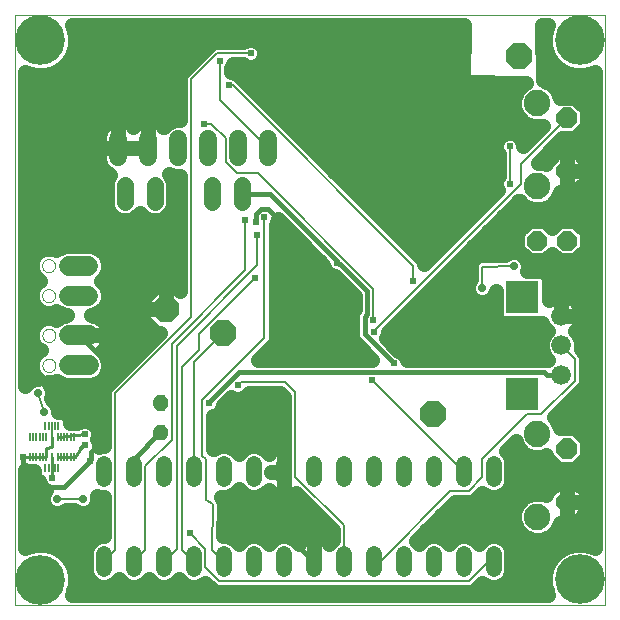
<source format=gtl>
G75*
%MOIN*%
%OFA0B0*%
%FSLAX24Y24*%
%IPPOS*%
%LPD*%
%AMOC8*
5,1,8,0,0,1.08239X$1,22.5*
%
%ADD10C,0.0000*%
%ADD11OC8,0.0850*%
%ADD12C,0.0520*%
%ADD13C,0.0560*%
%ADD14C,0.0104*%
%ADD15OC8,0.0660*%
%ADD16OC8,0.0700*%
%ADD17C,0.0885*%
%ADD18C,0.0660*%
%ADD19R,0.1102X0.1102*%
%ADD20C,0.0600*%
%ADD21C,0.0650*%
%ADD22R,0.0112X0.0276*%
%ADD23C,0.0160*%
%ADD24C,0.0240*%
%ADD25C,0.0100*%
%ADD26C,0.0500*%
%ADD27C,0.0280*%
%ADD28C,0.0080*%
%ADD29C,0.0277*%
%ADD30C,0.1660*%
%ADD31C,0.0120*%
D10*
X000350Y000350D02*
X000350Y020035D01*
X020035Y020035D01*
X020035Y000350D01*
X000350Y000350D01*
X001267Y008344D02*
X001269Y008373D01*
X001275Y008401D01*
X001284Y008429D01*
X001297Y008455D01*
X001314Y008478D01*
X001333Y008500D01*
X001355Y008519D01*
X001380Y008534D01*
X001406Y008547D01*
X001434Y008555D01*
X001462Y008560D01*
X001491Y008561D01*
X001520Y008558D01*
X001548Y008551D01*
X001575Y008541D01*
X001601Y008527D01*
X001624Y008510D01*
X001645Y008490D01*
X001663Y008467D01*
X001678Y008442D01*
X001689Y008415D01*
X001697Y008387D01*
X001701Y008358D01*
X001701Y008330D01*
X001697Y008301D01*
X001689Y008273D01*
X001678Y008246D01*
X001663Y008221D01*
X001645Y008198D01*
X001624Y008178D01*
X001601Y008161D01*
X001575Y008147D01*
X001548Y008137D01*
X001520Y008130D01*
X001491Y008127D01*
X001462Y008128D01*
X001434Y008133D01*
X001406Y008141D01*
X001380Y008154D01*
X001355Y008169D01*
X001333Y008188D01*
X001314Y008210D01*
X001297Y008233D01*
X001284Y008259D01*
X001275Y008287D01*
X001269Y008315D01*
X001267Y008344D01*
X001267Y009344D02*
X001269Y009373D01*
X001275Y009401D01*
X001284Y009429D01*
X001297Y009455D01*
X001314Y009478D01*
X001333Y009500D01*
X001355Y009519D01*
X001380Y009534D01*
X001406Y009547D01*
X001434Y009555D01*
X001462Y009560D01*
X001491Y009561D01*
X001520Y009558D01*
X001548Y009551D01*
X001575Y009541D01*
X001601Y009527D01*
X001624Y009510D01*
X001645Y009490D01*
X001663Y009467D01*
X001678Y009442D01*
X001689Y009415D01*
X001697Y009387D01*
X001701Y009358D01*
X001701Y009330D01*
X001697Y009301D01*
X001689Y009273D01*
X001678Y009246D01*
X001663Y009221D01*
X001645Y009198D01*
X001624Y009178D01*
X001601Y009161D01*
X001575Y009147D01*
X001548Y009137D01*
X001520Y009130D01*
X001491Y009127D01*
X001462Y009128D01*
X001434Y009133D01*
X001406Y009141D01*
X001380Y009154D01*
X001355Y009169D01*
X001333Y009188D01*
X001314Y009210D01*
X001297Y009233D01*
X001284Y009259D01*
X001275Y009287D01*
X001269Y009315D01*
X001267Y009344D01*
X001259Y010670D02*
X001261Y010699D01*
X001267Y010727D01*
X001276Y010755D01*
X001289Y010781D01*
X001306Y010804D01*
X001325Y010826D01*
X001347Y010845D01*
X001372Y010860D01*
X001398Y010873D01*
X001426Y010881D01*
X001454Y010886D01*
X001483Y010887D01*
X001512Y010884D01*
X001540Y010877D01*
X001567Y010867D01*
X001593Y010853D01*
X001616Y010836D01*
X001637Y010816D01*
X001655Y010793D01*
X001670Y010768D01*
X001681Y010741D01*
X001689Y010713D01*
X001693Y010684D01*
X001693Y010656D01*
X001689Y010627D01*
X001681Y010599D01*
X001670Y010572D01*
X001655Y010547D01*
X001637Y010524D01*
X001616Y010504D01*
X001593Y010487D01*
X001567Y010473D01*
X001540Y010463D01*
X001512Y010456D01*
X001483Y010453D01*
X001454Y010454D01*
X001426Y010459D01*
X001398Y010467D01*
X001372Y010480D01*
X001347Y010495D01*
X001325Y010514D01*
X001306Y010536D01*
X001289Y010559D01*
X001276Y010585D01*
X001267Y010613D01*
X001261Y010641D01*
X001259Y010670D01*
X001259Y011670D02*
X001261Y011699D01*
X001267Y011727D01*
X001276Y011755D01*
X001289Y011781D01*
X001306Y011804D01*
X001325Y011826D01*
X001347Y011845D01*
X001372Y011860D01*
X001398Y011873D01*
X001426Y011881D01*
X001454Y011886D01*
X001483Y011887D01*
X001512Y011884D01*
X001540Y011877D01*
X001567Y011867D01*
X001593Y011853D01*
X001616Y011836D01*
X001637Y011816D01*
X001655Y011793D01*
X001670Y011768D01*
X001681Y011741D01*
X001689Y011713D01*
X001693Y011684D01*
X001693Y011656D01*
X001689Y011627D01*
X001681Y011599D01*
X001670Y011572D01*
X001655Y011547D01*
X001637Y011524D01*
X001616Y011504D01*
X001593Y011487D01*
X001567Y011473D01*
X001540Y011463D01*
X001512Y011456D01*
X001483Y011453D01*
X001454Y011454D01*
X001426Y011459D01*
X001398Y011467D01*
X001372Y011480D01*
X001347Y011495D01*
X001325Y011514D01*
X001306Y011536D01*
X001289Y011559D01*
X001276Y011585D01*
X001267Y011613D01*
X001261Y011641D01*
X001259Y011670D01*
D11*
X005382Y010210D03*
X007280Y009422D03*
X014277Y006729D03*
X017168Y018666D03*
D12*
X016317Y005065D02*
X016317Y004545D01*
X015317Y004545D02*
X015317Y005065D01*
X014317Y005065D02*
X014317Y004545D01*
X013317Y004545D02*
X013317Y005065D01*
X012317Y005065D02*
X012317Y004545D01*
X011317Y004545D02*
X011317Y005065D01*
X010317Y005065D02*
X010317Y004545D01*
X009317Y004545D02*
X009317Y005065D01*
X008317Y005065D02*
X008317Y004545D01*
X007317Y004545D02*
X007317Y005065D01*
X006317Y005065D02*
X006317Y004545D01*
X005317Y004545D02*
X005317Y005065D01*
X004317Y005065D02*
X004317Y004545D01*
X003317Y004545D02*
X003317Y005065D01*
X003317Y002065D02*
X003317Y001545D01*
X004317Y001545D02*
X004317Y002065D01*
X005317Y002065D02*
X005317Y001545D01*
X006317Y001545D02*
X006317Y002065D01*
X007317Y002065D02*
X007317Y001545D01*
X008317Y001545D02*
X008317Y002065D01*
X009317Y002065D02*
X009317Y001545D01*
X010317Y001545D02*
X010317Y002065D01*
X011317Y002065D02*
X011317Y001545D01*
X012317Y001545D02*
X012317Y002065D01*
X013317Y002065D02*
X013317Y001545D01*
X014317Y001545D02*
X014317Y002065D01*
X015317Y002065D02*
X015317Y001545D01*
X016317Y001545D02*
X016317Y002065D01*
D13*
X007916Y013783D02*
X007916Y014343D01*
X006916Y014343D02*
X006916Y013783D01*
X005021Y013790D02*
X005021Y014350D01*
X004021Y014350D02*
X004021Y013790D01*
D14*
X005041Y007072D02*
X004989Y007020D01*
X004989Y007192D01*
X005110Y007313D01*
X005282Y007313D01*
X005403Y007192D01*
X005403Y007020D01*
X005282Y006899D01*
X005110Y006899D01*
X004989Y007020D01*
X005067Y007052D01*
X005067Y007160D01*
X005142Y007235D01*
X005250Y007235D01*
X005325Y007160D01*
X005325Y007052D01*
X005250Y006977D01*
X005142Y006977D01*
X005067Y007052D01*
X005145Y007085D01*
X005145Y007127D01*
X005175Y007157D01*
X005217Y007157D01*
X005247Y007127D01*
X005247Y007085D01*
X005217Y007055D01*
X005175Y007055D01*
X005145Y007085D01*
X005041Y006082D02*
X004989Y006030D01*
X004989Y006202D01*
X005110Y006323D01*
X005282Y006323D01*
X005403Y006202D01*
X005403Y006030D01*
X005282Y005909D01*
X005110Y005909D01*
X004989Y006030D01*
X005067Y006062D01*
X005067Y006170D01*
X005142Y006245D01*
X005250Y006245D01*
X005325Y006170D01*
X005325Y006062D01*
X005250Y005987D01*
X005142Y005987D01*
X005067Y006062D01*
X005145Y006095D01*
X005145Y006137D01*
X005175Y006167D01*
X005217Y006167D01*
X005247Y006137D01*
X005247Y006095D01*
X005217Y006065D01*
X005175Y006065D01*
X005145Y006095D01*
D15*
X017763Y012502D03*
X018763Y012502D03*
D16*
X018753Y014814D03*
X018753Y016594D03*
X018753Y005571D03*
X018753Y003791D03*
D17*
X017773Y003301D03*
X017773Y006061D03*
X017773Y014324D03*
X017773Y017084D03*
D18*
X018568Y009996D03*
X018568Y009011D03*
X018568Y008027D03*
D19*
X017268Y007397D03*
X017268Y010626D03*
D20*
X008804Y015289D02*
X008804Y015889D01*
X007804Y015889D02*
X007804Y015289D01*
X006804Y015289D02*
X006804Y015889D01*
X005804Y015889D02*
X005804Y015289D01*
X004804Y015289D02*
X004804Y015889D01*
X003804Y015889D02*
X003804Y015289D01*
D21*
X002801Y011670D02*
X002151Y011670D01*
X002151Y010670D02*
X002801Y010670D01*
X002809Y009344D02*
X002160Y009344D01*
X002160Y008344D02*
X002809Y008344D01*
D22*
X001804Y006336D03*
X001696Y006336D03*
X001588Y006336D03*
X001481Y006336D03*
X001374Y006336D03*
X001588Y006148D03*
X001588Y005953D03*
X001785Y005953D03*
X001892Y005953D03*
X001999Y005953D03*
X002105Y005953D03*
X002214Y005953D03*
X002321Y005953D03*
X002320Y005304D03*
X002213Y005304D03*
X002104Y005304D03*
X001998Y005305D03*
X001891Y005305D03*
X001785Y005303D03*
X001588Y005303D03*
X001391Y005303D03*
X001286Y005304D03*
X001179Y005304D03*
X001070Y005304D03*
X000964Y005304D03*
X000857Y005304D03*
X001374Y004920D03*
X001481Y004920D03*
X001588Y004920D03*
X001696Y004920D03*
X001804Y004920D03*
X001588Y005083D03*
X001391Y005953D03*
X001282Y005953D03*
X001175Y005953D03*
X001066Y005953D03*
X000960Y005953D03*
X000853Y005953D03*
D23*
X000622Y005306D02*
X000633Y005240D01*
X000633Y005106D01*
X001444Y004295D01*
X001988Y004295D01*
X002854Y005161D01*
X002885Y005240D01*
X002885Y005468D01*
X003295Y005878D01*
X003295Y008547D01*
X002492Y009350D01*
X002484Y009344D01*
X006838Y007137D02*
X006838Y007082D01*
X006838Y007137D02*
X007830Y008130D01*
X017988Y008130D01*
X018090Y008027D01*
X018568Y008027D01*
X012980Y008413D02*
X012011Y009381D01*
X012011Y009964D01*
X012090Y010043D01*
X012090Y010822D01*
X011177Y011736D01*
X011161Y011736D01*
X011082Y011767D01*
X011082Y011830D01*
X008854Y014059D01*
X007917Y014059D01*
X007916Y014063D01*
X008555Y013563D02*
X008791Y013563D01*
X009358Y012996D01*
X009358Y012925D01*
X008381Y013114D02*
X008381Y013389D01*
X008555Y013563D01*
X005196Y006116D02*
X005193Y006114D01*
X004319Y005240D01*
X004319Y004807D01*
X004317Y004805D01*
X007948Y002437D02*
X008090Y002437D01*
X008145Y002492D01*
X009626Y002492D01*
X010311Y001807D01*
X010317Y001805D01*
X009279Y003322D02*
X008720Y003849D01*
D24*
X007948Y002437D03*
X006177Y002744D03*
X002854Y005161D03*
X002696Y005680D03*
X002684Y006056D03*
X001595Y004578D03*
X000622Y005306D03*
X006838Y007082D03*
X007783Y007681D03*
X012271Y007846D03*
X012980Y008413D03*
X012326Y009468D03*
X012295Y009846D03*
X013618Y011161D03*
X011082Y011767D03*
X009358Y012925D03*
X008673Y013279D03*
X008381Y013114D03*
X008027Y013185D03*
X008429Y012689D03*
X008350Y011263D03*
X006657Y016389D03*
X007507Y017681D03*
X007193Y018507D03*
X008208Y018752D03*
X016854Y015641D03*
X016854Y014397D03*
D25*
X002684Y006056D02*
X001785Y005953D01*
X001588Y005953D02*
X001588Y005626D01*
X001389Y005588D01*
X001390Y005336D01*
X001391Y005303D01*
X000622Y005306D01*
X001588Y005303D02*
X001592Y005303D01*
X001597Y004851D01*
X001595Y004578D01*
X001785Y005303D02*
X002365Y005303D01*
X002563Y005601D01*
X001588Y005953D02*
X001586Y005953D01*
D26*
X002190Y006420D02*
X002190Y006539D01*
X002139Y006660D01*
X002047Y006753D01*
X001925Y006804D01*
X001798Y006804D01*
X001798Y006871D01*
X001727Y007043D01*
X001595Y007175D01*
X001592Y007176D01*
X001561Y007273D01*
X001590Y007343D01*
X001590Y007530D01*
X001519Y007702D01*
X001444Y007777D01*
X001597Y007777D01*
X001741Y007837D01*
X001789Y007789D01*
X002029Y007689D01*
X002939Y007689D01*
X003180Y007789D01*
X003364Y007973D01*
X003464Y008214D01*
X003464Y008474D01*
X003364Y008715D01*
X003249Y008831D01*
X003255Y008836D01*
X003318Y008898D01*
X003372Y008968D01*
X003416Y009045D01*
X003450Y009127D01*
X003472Y009212D01*
X003484Y009300D01*
X003484Y009344D01*
X003484Y009388D01*
X003472Y009476D01*
X003450Y009561D01*
X003416Y009643D01*
X003372Y009720D01*
X003318Y009790D01*
X003255Y009852D01*
X003185Y009906D01*
X003108Y009950D01*
X003027Y009984D01*
X002941Y010007D01*
X002878Y010016D01*
X002931Y010016D01*
X003172Y010115D01*
X003356Y010299D01*
X003456Y010540D01*
X003456Y010801D01*
X003356Y011041D01*
X003227Y011170D01*
X003356Y011299D01*
X003456Y011540D01*
X003456Y011801D01*
X003356Y012041D01*
X003172Y012225D01*
X002931Y012325D01*
X002021Y012325D01*
X001781Y012225D01*
X001732Y012177D01*
X001589Y012237D01*
X001364Y012237D01*
X001155Y012151D01*
X000996Y011991D01*
X000910Y011783D01*
X000910Y011558D01*
X000996Y011349D01*
X001155Y011190D01*
X001203Y011170D01*
X001155Y011151D01*
X000996Y010991D01*
X000910Y010783D01*
X000910Y010558D01*
X000996Y010349D01*
X001155Y010190D01*
X001364Y010104D01*
X001589Y010104D01*
X001732Y010163D01*
X001781Y010115D01*
X002021Y010016D01*
X002091Y010016D01*
X002028Y010007D01*
X001942Y009984D01*
X001861Y009950D01*
X001784Y009906D01*
X001722Y009859D01*
X001597Y009910D01*
X001372Y009910D01*
X001164Y009824D01*
X001004Y009665D01*
X000918Y009457D01*
X000918Y009231D01*
X001004Y009023D01*
X001164Y008864D01*
X001211Y008844D01*
X001164Y008824D01*
X001164Y008825D02*
X000700Y008825D01*
X001004Y008665D02*
X000918Y008457D01*
X000918Y008231D01*
X001004Y008023D01*
X001122Y007905D01*
X001028Y007905D01*
X000856Y007834D01*
X000724Y007702D01*
X000700Y007644D01*
X000700Y018125D01*
X000753Y018094D01*
X001048Y018015D01*
X001353Y018015D01*
X001648Y018094D01*
X001913Y018247D01*
X002129Y018463D01*
X002282Y018727D01*
X002361Y019022D01*
X002361Y019328D01*
X002282Y019623D01*
X002246Y019685D01*
X015311Y019685D01*
X015298Y017775D01*
X017388Y017761D01*
X017336Y017739D01*
X017118Y017522D01*
X017001Y017238D01*
X017001Y016931D01*
X017118Y016647D01*
X017336Y016429D01*
X017620Y016312D01*
X017927Y016312D01*
X017959Y016325D01*
X017304Y015670D01*
X017304Y015731D01*
X017235Y015896D01*
X017109Y016023D01*
X016943Y016091D01*
X016764Y016091D01*
X016599Y016023D01*
X016472Y015896D01*
X016404Y015731D01*
X016404Y015552D01*
X016472Y015386D01*
X016484Y015375D01*
X016484Y014664D01*
X016472Y014652D01*
X016404Y014487D01*
X016404Y014308D01*
X011506Y014308D01*
X011007Y014807D02*
X016484Y014807D01*
X016404Y014308D02*
X016458Y014178D01*
X013988Y011708D01*
X013988Y011746D01*
X013931Y011882D01*
X013827Y011987D01*
X007924Y017890D01*
X007897Y017917D01*
X007889Y017936D01*
X007762Y018062D01*
X007597Y018131D01*
X007563Y018131D01*
X007563Y018241D01*
X007574Y018253D01*
X007627Y018382D01*
X007942Y018382D01*
X007953Y018370D01*
X008119Y018302D01*
X008298Y018302D01*
X008463Y018370D01*
X008590Y018497D01*
X008658Y018662D01*
X008658Y018841D01*
X008590Y019006D01*
X008463Y019133D01*
X008298Y019202D01*
X008119Y019202D01*
X007953Y019133D01*
X007942Y019122D01*
X007017Y019122D01*
X006881Y019065D01*
X006014Y018199D01*
X005910Y018095D01*
X005854Y017959D01*
X005854Y016519D01*
X005679Y016519D01*
X005447Y016423D01*
X005315Y016291D01*
X005294Y016319D01*
X005233Y016379D01*
X005166Y016431D01*
X005092Y016473D01*
X005013Y016506D01*
X004931Y016528D01*
X004847Y016539D01*
X004804Y016539D01*
X004804Y015589D01*
X004154Y015589D01*
X003804Y015589D01*
X003804Y015589D01*
X003154Y015589D01*
X003154Y015246D01*
X003165Y015162D01*
X003187Y015080D01*
X003220Y015001D01*
X003262Y014927D01*
X003314Y014860D01*
X003374Y014799D01*
X003442Y014747D01*
X003514Y014706D01*
X003504Y014695D01*
X003411Y014471D01*
X003411Y013669D01*
X003504Y013444D01*
X003675Y013273D01*
X003899Y013180D01*
X004142Y013180D01*
X004366Y013273D01*
X004521Y013427D01*
X004675Y013273D01*
X004899Y013180D01*
X005142Y013180D01*
X005366Y013273D01*
X005538Y013444D01*
X005631Y013669D01*
X005631Y014471D01*
X005538Y014695D01*
X005500Y014733D01*
X005679Y014659D01*
X005854Y014659D01*
X005854Y010833D01*
X005703Y010985D01*
X005382Y010985D01*
X005382Y010210D01*
X005382Y010210D01*
X005382Y010985D01*
X005061Y010985D01*
X004607Y010531D01*
X004607Y010210D01*
X005382Y010210D01*
X005382Y010210D01*
X004607Y010210D01*
X004607Y009889D01*
X005061Y009435D01*
X005195Y009435D01*
X003391Y007630D01*
X003334Y007494D01*
X003334Y005655D01*
X003200Y005655D01*
X003146Y005633D01*
X003146Y005769D01*
X003100Y005882D01*
X003134Y005966D01*
X003134Y006145D01*
X003066Y006311D01*
X002939Y006437D01*
X002774Y006506D01*
X002595Y006506D01*
X002430Y006437D01*
X002413Y006420D01*
X002190Y006420D01*
X001798Y006831D02*
X003334Y006831D01*
X003334Y007329D02*
X001584Y007329D01*
X001718Y007828D02*
X001750Y007828D01*
X000850Y007828D02*
X000700Y007828D01*
X000700Y008326D02*
X000918Y008326D01*
X001004Y008665D02*
X001164Y008824D01*
X000918Y009323D02*
X000700Y009323D01*
X000700Y009822D02*
X001161Y009822D01*
X001025Y010320D02*
X000700Y010320D01*
X000700Y010819D02*
X000924Y010819D01*
X001028Y011317D02*
X000700Y011317D01*
X000700Y011816D02*
X000923Y011816D01*
X000700Y012314D02*
X001994Y012314D01*
X002958Y012314D02*
X005854Y012314D01*
X005854Y012813D02*
X000700Y012813D01*
X000700Y013311D02*
X003637Y013311D01*
X003411Y013810D02*
X000700Y013810D01*
X000700Y014308D02*
X003411Y014308D01*
X003367Y014807D02*
X000700Y014807D01*
X000700Y015305D02*
X003154Y015305D01*
X003154Y015589D02*
X003804Y015589D01*
X003804Y015589D01*
X004804Y015589D01*
X004804Y015589D01*
X004804Y015589D01*
X004804Y016539D01*
X004761Y016539D01*
X004677Y016528D01*
X004595Y016506D01*
X004516Y016473D01*
X004442Y016431D01*
X004374Y016379D01*
X004314Y016319D01*
X004304Y016305D01*
X004294Y016319D01*
X004233Y016379D01*
X004166Y016431D01*
X004092Y016473D01*
X004013Y016506D01*
X003931Y016528D01*
X003847Y016539D01*
X003804Y016539D01*
X003804Y015589D01*
X003804Y015589D01*
X003804Y016539D01*
X003761Y016539D01*
X003677Y016528D01*
X003595Y016506D01*
X003516Y016473D01*
X003442Y016431D01*
X003374Y016379D01*
X003314Y016319D01*
X003262Y016251D01*
X003220Y016177D01*
X003187Y016098D01*
X003165Y016016D01*
X003154Y015932D01*
X003154Y015589D01*
X003154Y015804D02*
X000700Y015804D01*
X000700Y016302D02*
X003302Y016302D01*
X003804Y016302D02*
X003804Y016302D01*
X003804Y015804D02*
X003804Y015804D01*
X004804Y015804D02*
X004804Y015804D01*
X004804Y016302D02*
X004804Y016302D01*
X005306Y016302D02*
X005326Y016302D01*
X005854Y016801D02*
X000700Y016801D01*
X000700Y017299D02*
X005854Y017299D01*
X005854Y017798D02*
X000700Y017798D01*
X001962Y018296D02*
X006111Y018296D01*
X006610Y018795D02*
X002300Y018795D01*
X002361Y019293D02*
X015308Y019293D01*
X015305Y018795D02*
X008658Y018795D01*
X007592Y018296D02*
X015301Y018296D01*
X015298Y017798D02*
X008016Y017798D01*
X007924Y017890D02*
X007924Y017890D01*
X008515Y017299D02*
X017026Y017299D01*
X017055Y016801D02*
X009013Y016801D01*
X009512Y016302D02*
X017936Y016302D01*
X017438Y015804D02*
X017274Y015804D01*
X017986Y015305D02*
X018254Y015305D01*
X018053Y015104D02*
X018053Y015044D01*
X017927Y015097D01*
X017778Y015097D01*
X018595Y015914D01*
X019035Y015914D01*
X019433Y016313D01*
X019433Y016876D01*
X019035Y017274D01*
X018531Y017274D01*
X018428Y017522D01*
X018211Y017739D01*
X017949Y017848D01*
X017915Y019685D01*
X018136Y019685D01*
X018101Y019624D01*
X018022Y019329D01*
X018022Y019024D01*
X018101Y018729D01*
X018253Y018464D01*
X018469Y018248D01*
X018734Y018096D01*
X019029Y018017D01*
X019334Y018017D01*
X019629Y018096D01*
X019685Y018128D01*
X019685Y002260D01*
X019627Y002293D01*
X019332Y002372D01*
X019027Y002372D01*
X018732Y002293D01*
X018467Y002140D01*
X018251Y001924D01*
X018099Y001660D01*
X018019Y001365D01*
X018019Y001060D01*
X018099Y000765D01*
X018136Y000700D01*
X002251Y000700D01*
X002281Y000752D01*
X002360Y001047D01*
X002360Y001353D01*
X002281Y001648D01*
X002128Y001912D01*
X001912Y002128D01*
X001648Y002281D01*
X001353Y002360D01*
X001047Y002360D01*
X000752Y002281D01*
X000700Y002251D01*
X000700Y004851D01*
X000735Y004836D01*
X000948Y004836D01*
X000949Y004836D01*
X000988Y004836D01*
X000988Y004717D01*
X001038Y004596D01*
X001131Y004503D01*
X001145Y004497D01*
X001145Y004489D01*
X001214Y004323D01*
X001341Y004197D01*
X001389Y004177D01*
X001365Y004153D01*
X001293Y003980D01*
X001293Y003794D01*
X001365Y003622D01*
X001497Y003490D01*
X001669Y003418D01*
X001855Y003418D01*
X002028Y003490D01*
X002055Y003517D01*
X002325Y003517D01*
X002352Y003490D01*
X002524Y003418D01*
X002711Y003418D01*
X002883Y003490D01*
X003015Y003622D01*
X003086Y003794D01*
X003086Y003980D01*
X003075Y004007D01*
X003200Y003955D01*
X003334Y003955D01*
X003334Y002655D01*
X003200Y002655D01*
X002983Y002565D01*
X002817Y002399D01*
X002727Y002183D01*
X002727Y001428D01*
X002817Y001211D01*
X002983Y001045D01*
X003200Y000955D01*
X003435Y000955D01*
X003651Y001045D01*
X003817Y001211D01*
X003983Y001045D01*
X004200Y000955D01*
X004435Y000955D01*
X004651Y001045D01*
X004817Y001211D01*
X004983Y001045D01*
X005200Y000955D01*
X005435Y000955D01*
X005651Y001045D01*
X005817Y001211D01*
X005983Y001045D01*
X006200Y000955D01*
X006435Y000955D01*
X006651Y001045D01*
X006703Y001096D01*
X006951Y000847D01*
X007087Y000791D01*
X015550Y000791D01*
X015686Y000847D01*
X015790Y000951D01*
X015933Y001095D01*
X015983Y001045D01*
X016200Y000955D01*
X016435Y000955D01*
X016651Y001045D01*
X016817Y001211D01*
X016907Y001428D01*
X016907Y002183D01*
X016817Y002399D01*
X016651Y002565D01*
X016435Y002655D01*
X016200Y002655D01*
X015983Y002565D01*
X015817Y002400D01*
X015651Y002565D01*
X015435Y002655D01*
X015200Y002655D01*
X014983Y002565D01*
X014817Y002400D01*
X014651Y002565D01*
X014435Y002655D01*
X014200Y002655D01*
X013983Y002565D01*
X013817Y002400D01*
X013724Y002492D01*
X015023Y003791D01*
X015550Y003791D01*
X015686Y003847D01*
X015933Y004095D01*
X015983Y004045D01*
X016200Y003955D01*
X016435Y003955D01*
X016651Y004045D01*
X016817Y004211D01*
X016907Y004428D01*
X016907Y005183D01*
X016817Y005399D01*
X016724Y005492D01*
X017041Y005809D01*
X017118Y005623D01*
X017336Y005406D01*
X017620Y005288D01*
X017927Y005288D01*
X018073Y005349D01*
X018073Y005289D01*
X018472Y004891D01*
X019035Y004891D01*
X019433Y005289D01*
X019433Y005852D01*
X019035Y006251D01*
X018531Y006251D01*
X018428Y006498D01*
X018315Y006611D01*
X019229Y007525D01*
X019333Y007629D01*
X019389Y007765D01*
X019389Y008636D01*
X019333Y008772D01*
X019227Y008878D01*
X019228Y008880D01*
X019228Y009143D01*
X019127Y009385D01*
X019023Y009489D01*
X019080Y009546D01*
X019134Y009617D01*
X019179Y009694D01*
X019213Y009777D01*
X019236Y009863D01*
X019248Y009951D01*
X019248Y009996D01*
X019248Y010040D01*
X019236Y010129D01*
X019213Y010215D01*
X019179Y010297D01*
X019134Y010374D01*
X019080Y010445D01*
X019017Y010508D01*
X018946Y010562D01*
X018869Y010607D01*
X018787Y010641D01*
X018701Y010664D01*
X018612Y010676D01*
X018568Y010676D01*
X018568Y009996D01*
X018568Y009996D01*
X019248Y009996D01*
X018568Y009996D01*
X018568Y009996D01*
X018568Y010676D01*
X018523Y010676D01*
X018435Y010664D01*
X018349Y010641D01*
X018266Y010607D01*
X018189Y010562D01*
X018150Y010532D01*
X018150Y011242D01*
X018099Y011364D01*
X018007Y011457D01*
X017885Y011507D01*
X017425Y011507D01*
X017444Y011553D01*
X017444Y011739D01*
X017373Y011911D01*
X017241Y012043D01*
X017069Y012115D01*
X016882Y012115D01*
X016710Y012043D01*
X016681Y012014D01*
X015919Y012010D01*
X015846Y012010D01*
X015845Y012009D01*
X015844Y012009D01*
X015777Y011981D01*
X015710Y011953D01*
X015709Y011953D01*
X015708Y011952D01*
X015658Y011901D01*
X015606Y011849D01*
X015606Y011848D01*
X015605Y011848D01*
X015578Y011781D01*
X015550Y011713D01*
X015550Y011712D01*
X015549Y011711D01*
X015550Y011639D01*
X015550Y011546D01*
X015550Y011473D01*
X015550Y011400D01*
X015550Y011399D01*
X015550Y011224D01*
X015523Y011197D01*
X015452Y011025D01*
X015452Y010839D01*
X015523Y010666D01*
X015655Y010534D01*
X015828Y010463D01*
X016014Y010463D01*
X016186Y010534D01*
X016318Y010666D01*
X016387Y010833D01*
X016387Y010009D01*
X016437Y009887D01*
X016530Y009795D01*
X016652Y009744D01*
X017885Y009744D01*
X017928Y009762D01*
X017956Y009694D01*
X018001Y009617D01*
X018055Y009546D01*
X018112Y009489D01*
X018008Y009385D01*
X017908Y009143D01*
X017908Y008880D01*
X018008Y008638D01*
X018126Y008519D01*
X018124Y008517D01*
X018069Y008540D01*
X013415Y008540D01*
X013361Y008668D01*
X013235Y008794D01*
X013138Y008834D01*
X012723Y009250D01*
X012776Y009379D01*
X012776Y009450D01*
X017166Y013839D01*
X017336Y013669D01*
X017620Y013552D01*
X017927Y013552D01*
X018211Y013669D01*
X018428Y013887D01*
X018523Y014114D01*
X018753Y014114D01*
X018753Y014814D01*
X018753Y014814D01*
X018753Y014114D01*
X019043Y014114D01*
X019453Y014524D01*
X019453Y014814D01*
X018753Y014814D01*
X018753Y015514D01*
X018463Y015514D01*
X018053Y015104D01*
X018753Y015305D02*
X018753Y015305D01*
X018753Y015514D02*
X018753Y014814D01*
X018753Y014814D01*
X018753Y014814D01*
X019453Y014814D01*
X019453Y015104D01*
X019043Y015514D01*
X018753Y015514D01*
X018484Y015804D02*
X019685Y015804D01*
X019685Y016302D02*
X019423Y016302D01*
X019433Y016801D02*
X019685Y016801D01*
X019685Y017299D02*
X018521Y017299D01*
X018070Y017798D02*
X019685Y017798D01*
X018422Y018296D02*
X017941Y018296D01*
X017932Y018795D02*
X018083Y018795D01*
X018022Y019293D02*
X017922Y019293D01*
X016434Y015804D02*
X010010Y015804D01*
X010509Y015305D02*
X016484Y015305D01*
X018753Y014807D02*
X018753Y014807D01*
X018753Y014308D02*
X018753Y014308D01*
X019237Y014308D02*
X019685Y014308D01*
X019685Y014807D02*
X019453Y014807D01*
X019253Y015305D02*
X019685Y015305D01*
X019685Y013810D02*
X018351Y013810D01*
X018490Y013162D02*
X018263Y012935D01*
X018037Y013162D01*
X017490Y013162D01*
X017103Y012775D01*
X017103Y012228D01*
X017490Y011842D01*
X018037Y011842D01*
X018263Y012068D01*
X018490Y011842D01*
X019037Y011842D01*
X019423Y012228D01*
X019423Y012775D01*
X019037Y013162D01*
X018490Y013162D01*
X019386Y012813D02*
X019685Y012813D01*
X019685Y012314D02*
X019423Y012314D01*
X019685Y011816D02*
X017412Y011816D01*
X018119Y011317D02*
X019685Y011317D01*
X019685Y010819D02*
X018150Y010819D01*
X018568Y010320D02*
X018568Y010320D01*
X019166Y010320D02*
X019685Y010320D01*
X019685Y009822D02*
X019225Y009822D01*
X019153Y009323D02*
X019685Y009323D01*
X019685Y008825D02*
X019281Y008825D01*
X019389Y008326D02*
X019685Y008326D01*
X019685Y007828D02*
X019389Y007828D01*
X019685Y007329D02*
X019033Y007329D01*
X018535Y006831D02*
X019685Y006831D01*
X019685Y006332D02*
X018497Y006332D01*
X019433Y005834D02*
X019685Y005834D01*
X019685Y005335D02*
X019433Y005335D01*
X019685Y004837D02*
X016907Y004837D01*
X016870Y004338D02*
X018311Y004338D01*
X018463Y004491D02*
X018053Y004081D01*
X018053Y004021D01*
X017927Y004073D01*
X017620Y004073D01*
X017336Y003956D01*
X017118Y003738D01*
X017001Y003454D01*
X017001Y003147D01*
X017118Y002863D01*
X017336Y002646D01*
X017620Y002528D01*
X017927Y002528D01*
X018211Y002646D01*
X018428Y002863D01*
X018523Y003091D01*
X018753Y003091D01*
X018753Y003791D01*
X018753Y004491D01*
X018463Y004491D01*
X018753Y004491D02*
X018753Y003791D01*
X018753Y003791D01*
X018753Y003791D01*
X019453Y003791D01*
X019453Y004081D01*
X019043Y004491D01*
X018753Y004491D01*
X018753Y004338D02*
X018753Y004338D01*
X019196Y004338D02*
X019685Y004338D01*
X019685Y003840D02*
X019453Y003840D01*
X019453Y003791D02*
X018753Y003791D01*
X018753Y003791D01*
X018753Y003091D01*
X019043Y003091D01*
X019453Y003501D01*
X019453Y003791D01*
X019294Y003341D02*
X019685Y003341D01*
X019685Y002843D02*
X018408Y002843D01*
X018921Y002344D02*
X016840Y002344D01*
X016907Y001846D02*
X018206Y001846D01*
X018019Y001347D02*
X016874Y001347D01*
X015687Y000849D02*
X018076Y000849D01*
X019437Y002344D02*
X019685Y002344D01*
X018753Y003341D02*
X018753Y003341D01*
X018753Y003840D02*
X018753Y003840D01*
X017220Y003840D02*
X015667Y003840D01*
X014573Y003341D02*
X017001Y003341D01*
X017139Y002843D02*
X014074Y002843D01*
X010941Y002843D02*
X007309Y002843D01*
X007307Y002655D02*
X007317Y003695D01*
X007323Y003750D01*
X007318Y003768D01*
X007318Y003787D01*
X007297Y003838D01*
X007281Y003892D01*
X007270Y003906D01*
X007263Y003923D01*
X007231Y003955D01*
X007435Y003955D01*
X007651Y004045D01*
X007817Y004211D01*
X007983Y004045D01*
X008200Y003955D01*
X008435Y003955D01*
X008651Y004045D01*
X008811Y004204D01*
X008852Y004148D01*
X008920Y004080D01*
X008998Y004024D01*
X009083Y003980D01*
X009174Y003950D01*
X009269Y003935D01*
X009317Y003935D01*
X009317Y004805D01*
X008907Y004805D01*
X008907Y004805D01*
X009317Y004805D01*
X009317Y004805D01*
X009317Y004805D01*
X009317Y003935D01*
X009365Y003935D01*
X009460Y003950D01*
X009551Y003980D01*
X009637Y004024D01*
X009715Y004080D01*
X009717Y004082D01*
X010941Y002858D01*
X010941Y002523D01*
X010824Y002406D01*
X010783Y002463D01*
X010715Y002531D01*
X010637Y002587D01*
X010551Y002631D01*
X010460Y002660D01*
X010365Y002675D01*
X010317Y002675D01*
X010269Y002675D01*
X010174Y002660D01*
X010083Y002631D01*
X009998Y002587D01*
X009920Y002531D01*
X009852Y002463D01*
X009811Y002406D01*
X009651Y002565D01*
X009435Y002655D01*
X009200Y002655D01*
X008983Y002565D01*
X008817Y002400D01*
X008651Y002565D01*
X008435Y002655D01*
X008200Y002655D01*
X007983Y002565D01*
X007817Y002400D01*
X007651Y002565D01*
X007435Y002655D01*
X007307Y002655D01*
X007314Y003341D02*
X010458Y003341D01*
X009959Y003840D02*
X007297Y003840D01*
X009317Y004338D02*
X009317Y004338D01*
X009334Y004805D02*
X009317Y004805D01*
X009317Y005675D01*
X009269Y005675D01*
X009174Y005660D01*
X009083Y005631D01*
X008998Y005587D01*
X008920Y005531D01*
X008852Y005463D01*
X008811Y005406D01*
X008651Y005565D01*
X008435Y005655D01*
X008200Y005655D01*
X007983Y005565D01*
X007817Y005400D01*
X007651Y005565D01*
X007435Y005655D01*
X007200Y005655D01*
X006983Y005565D01*
X006964Y005546D01*
X006964Y006647D01*
X007093Y006701D01*
X007220Y006827D01*
X007288Y006993D01*
X007288Y007008D01*
X007565Y007284D01*
X007694Y007231D01*
X007873Y007231D01*
X008038Y007299D01*
X008165Y007426D01*
X008166Y007429D01*
X009197Y007429D01*
X009334Y007291D01*
X009334Y005675D01*
X009317Y005675D01*
X009317Y004805D01*
X009317Y004805D01*
X009317Y004805D01*
X009334Y004805D01*
X009334Y004805D01*
X009317Y004837D02*
X009317Y004837D01*
X009317Y005335D02*
X009317Y005335D01*
X009334Y005834D02*
X006964Y005834D01*
X006964Y006332D02*
X009334Y006332D01*
X009334Y006831D02*
X007221Y006831D01*
X008068Y007329D02*
X009297Y007329D01*
X008472Y008540D02*
X008987Y009054D01*
X009043Y009190D01*
X009043Y013013D01*
X009054Y013024D01*
X009123Y013190D01*
X009123Y013210D01*
X010632Y011700D01*
X010632Y011678D01*
X010701Y011512D01*
X010827Y011386D01*
X010993Y011317D01*
X011015Y011317D01*
X011680Y010653D01*
X011680Y010213D01*
X011664Y010196D01*
X011601Y010046D01*
X011601Y009300D01*
X011664Y009149D01*
X012274Y008540D01*
X008472Y008540D01*
X008757Y008825D02*
X011989Y008825D01*
X011601Y009323D02*
X009043Y009323D01*
X009043Y009822D02*
X011601Y009822D01*
X011680Y010320D02*
X009043Y010320D01*
X009043Y010819D02*
X011514Y010819D01*
X011016Y011317D02*
X009043Y011317D01*
X009043Y011816D02*
X010517Y011816D01*
X010019Y012314D02*
X009043Y012314D01*
X009043Y012813D02*
X009520Y012813D01*
X012004Y013810D02*
X016089Y013810D01*
X015591Y013311D02*
X012503Y013311D01*
X013001Y012813D02*
X015092Y012813D01*
X014594Y012314D02*
X013500Y012314D01*
X013827Y011987D02*
X013827Y011987D01*
X013959Y011816D02*
X014095Y011816D01*
X014643Y011317D02*
X015550Y011317D01*
X015550Y011546D02*
X015550Y011546D01*
X015592Y011816D02*
X015142Y011816D01*
X015640Y012314D02*
X017103Y012314D01*
X017141Y012813D02*
X016139Y012813D01*
X016637Y013311D02*
X019685Y013311D01*
X017196Y013810D02*
X017136Y013810D01*
X016387Y010819D02*
X016381Y010819D01*
X016387Y010320D02*
X013646Y010320D01*
X013148Y009822D02*
X016503Y009822D01*
X015460Y010819D02*
X014145Y010819D01*
X012753Y009323D02*
X017982Y009323D01*
X017931Y008825D02*
X013162Y008825D01*
X016844Y005335D02*
X017507Y005335D01*
X018040Y005335D02*
X018073Y005335D01*
X010317Y002675D02*
X010317Y001805D01*
X010317Y002675D01*
X010317Y002344D02*
X010317Y002344D01*
X010317Y001846D02*
X010317Y001846D01*
X010317Y001805D02*
X010317Y001805D01*
X006950Y000849D02*
X002307Y000849D01*
X002360Y001347D02*
X002761Y001347D01*
X002727Y001846D02*
X002167Y001846D01*
X002794Y002344D02*
X001412Y002344D01*
X000988Y002344D02*
X000700Y002344D01*
X000700Y002843D02*
X003334Y002843D01*
X003334Y003341D02*
X000700Y003341D01*
X000700Y003840D02*
X001293Y003840D01*
X001208Y004338D02*
X000700Y004338D01*
X000700Y004837D02*
X000734Y004837D01*
X003086Y003840D02*
X003334Y003840D01*
X003334Y005834D02*
X003120Y005834D01*
X003045Y006332D02*
X003334Y006332D01*
X003219Y007828D02*
X003588Y007828D01*
X003464Y008326D02*
X004086Y008326D01*
X004585Y008825D02*
X003255Y008825D01*
X003484Y009323D02*
X005083Y009323D01*
X004674Y009822D02*
X003286Y009822D01*
X003365Y010320D02*
X004607Y010320D01*
X005382Y010320D02*
X005382Y010320D01*
X005382Y010819D02*
X005382Y010819D01*
X004895Y010819D02*
X003448Y010819D01*
X003363Y011317D02*
X005854Y011317D01*
X005854Y011816D02*
X003450Y011816D01*
X004405Y013311D02*
X004637Y013311D01*
X005405Y013311D02*
X005854Y013311D01*
X005854Y013810D02*
X005631Y013810D01*
X005631Y014308D02*
X005854Y014308D01*
X003484Y009344D02*
X002484Y009344D01*
X002484Y009344D01*
X003484Y009344D01*
D27*
X008720Y003849D03*
X009279Y003322D03*
D28*
X009704Y004618D02*
X009704Y007444D01*
X009350Y007799D01*
X007901Y007799D01*
X007783Y007681D01*
X006594Y007185D02*
X006594Y005326D01*
X006726Y005215D01*
X006730Y004988D01*
X006730Y004047D01*
X006720Y003841D01*
X006947Y003717D01*
X006933Y002185D01*
X007311Y001807D01*
X007317Y001805D01*
X006704Y001618D02*
X006704Y002216D01*
X006177Y002744D01*
X005933Y002185D02*
X006311Y001807D01*
X006317Y001805D01*
X006704Y001618D02*
X007161Y001161D01*
X015476Y001161D01*
X016114Y001799D01*
X016311Y001799D01*
X016317Y001805D01*
X015476Y004161D02*
X014870Y004161D01*
X012515Y001807D01*
X012319Y001807D01*
X012317Y001805D01*
X011317Y001805D02*
X011311Y001807D01*
X011311Y003011D01*
X009704Y004618D01*
X006319Y004807D02*
X006317Y004805D01*
X006319Y004807D02*
X006319Y008460D01*
X007279Y009421D01*
X007280Y009422D01*
X006484Y009397D02*
X006484Y008854D01*
X005933Y008303D01*
X005933Y002185D01*
X005744Y002232D02*
X005319Y001807D01*
X005317Y001805D01*
X005744Y002232D02*
X005744Y009004D01*
X008429Y011689D01*
X008429Y012689D01*
X008027Y013185D02*
X008027Y011515D01*
X005578Y009067D01*
X005578Y005870D01*
X004704Y004996D01*
X004704Y002193D01*
X004319Y001807D01*
X004317Y001805D01*
X003704Y002193D02*
X003319Y001807D01*
X003317Y001805D01*
X003704Y002193D02*
X003704Y007421D01*
X006224Y009941D01*
X006224Y017885D01*
X007090Y018752D01*
X008208Y018752D01*
X007193Y018507D02*
X007193Y017200D01*
X008799Y015594D01*
X008804Y015589D01*
X008452Y014744D02*
X007752Y014744D01*
X007381Y015114D01*
X007381Y015909D01*
X006901Y016389D01*
X006657Y016389D01*
X007507Y017681D02*
X007610Y017681D01*
X013618Y011673D01*
X013618Y011161D01*
X012295Y010901D02*
X012295Y009846D01*
X012311Y009507D02*
X012326Y009468D01*
X012311Y009507D02*
X017208Y014405D01*
X017208Y015051D01*
X018752Y016594D01*
X018753Y016594D01*
X016854Y015641D02*
X016854Y014397D01*
X016975Y011646D02*
X015920Y011640D01*
X015920Y011473D01*
X015921Y010932D01*
X018568Y009011D02*
X018570Y009011D01*
X019019Y008563D01*
X019019Y007838D01*
X017901Y006720D01*
X017429Y006720D01*
X015933Y005224D01*
X015933Y004618D01*
X015476Y004161D01*
X015317Y004805D02*
X015311Y004807D01*
X012271Y007846D01*
X008673Y009263D02*
X006594Y007185D01*
X008673Y009263D02*
X008673Y013279D01*
X008452Y014744D02*
X012295Y010901D01*
X008350Y011263D02*
X006484Y009397D01*
X001122Y007437D02*
X001329Y006778D01*
X001762Y003887D02*
X002618Y003887D01*
D29*
X002618Y003887D03*
X001762Y003887D03*
X001329Y006778D03*
X001122Y007437D03*
X015921Y010932D03*
X016975Y011646D03*
D30*
X019182Y019177D03*
X001201Y019175D03*
X001200Y001200D03*
X019179Y001212D03*
D31*
X002696Y005680D02*
X002563Y005601D01*
M02*

</source>
